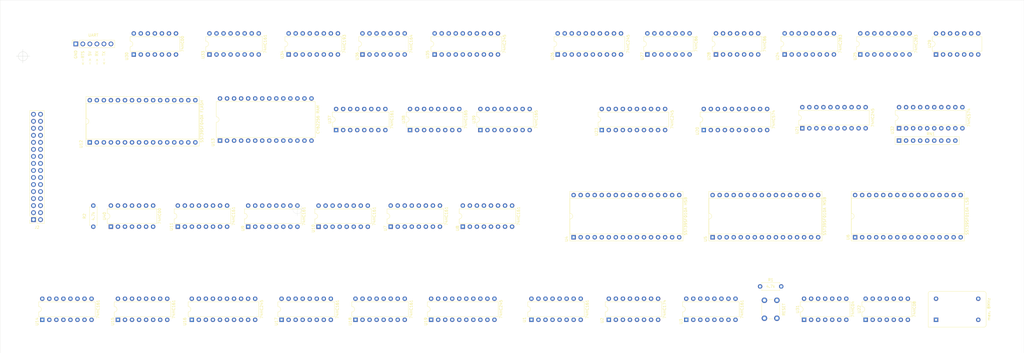
<source format=kicad_pcb>
(kicad_pcb (version 20211014) (generator pcbnew)
  (layers (0 "F.Cu" signal) (31 "B.Cu" signal) (34 "B.Paste" user) (35 "F.Paste" user) (36 "B.SilkS" user "B.Silkscreen") (37 "F.SilkS" user "F.Silkscreen") (38 "B.Mask" user) (39 "F.Mask" user) (44 "Edge.Cuts" user))
  (net 0 "")
  (net 1 "+5V")
  (net 2 "GND")
  (net 3 "/Control Logic/~{TC}")
  (net 4 "/UART Transmitter/TX")
  (net 5 "/UART Receiver/RTS")
  (net 6 "/Memory/M15")
  (net 7 "/ALU/BUS7")
  (net 8 "/ALU/BUS6")
  (net 9 "/ALU/BUS5")
  (net 10 "/ALU/BUS4")
  (net 11 "/ALU/BUS3")
  (net 12 "/ALU/BUS2")
  (net 13 "/ALU/BUS1")
  (net 14 "/ALU/BUS0")
  (net 15 "PULSE")
  (net 16 "/Control Logic/~{AO}")
  (net 17 "/ALU/FLAG_C")
  (net 20 "/Control Logic/~{RO}")
  (net 21 "/Control Logic/TI")
  (net 24 "/Control Logic/AI")
  (net 27 "/Control Logic/BI")
  (net 28 "/ALU/FLAG_Z")
  (net 29 "/ALU/~{EO}")
  (net 30 "/ALU/ES")
  (net 31 "/Memory/M12")
  (net 32 "/Memory/M13")
  (net 33 "/Memory/M14")
  (net 34 "/Memory/M11")
  (net 35 "/Memory/M10")
  (net 36 "/Memory/M9")
  (net 37 "/Memory/M8")
  (net 38 "/Memory/M4")
  (net 39 "/Memory/M5")
  (net 40 "/Memory/M6")
  (net 41 "/Memory/M7")
  (net 42 "/Memory/M3")
  (net 43 "/Memory/M2")
  (net 44 "/Memory/M1")
  (net 45 "/Memory/M0")
  (net 47 "/Control Logic/~{BO}")
  (net 48 "/Control Logic/~{KI}")
  (net 51 "/Control Logic/RI")
  (net 52 "/Control Logic/CE")
  (net 53 "Net-(U7-Pad15)")
  (net 54 "~{RESET}")
  (net 55 "Net-(U8-Pad15)")
  (net 56 "CLOCK2")
  (net 57 "/Control Logic/Flag2")
  (net 58 "/Control Logic/Flag1")
  (net 59 "/Control Logic/Flag0")
  (net 60 "/Control Logic/~{TO}")
  (net 61 "/Control Logic/Step0")
  (net 62 "/Control Logic/Inst4")
  (net 63 "/Control Logic/Step1")
  (net 64 "/Control Logic/Inst5")
  (net 65 "/Control Logic/Step2")
  (net 66 "/Control Logic/Step3")
  (net 67 "/Control Logic/Inst0")
  (net 68 "/Control Logic/Inst1")
  (net 69 "/Control Logic/Inst2")
  (net 70 "/Control Logic/Inst3")
  (net 71 "/UART Receiver/RX")
  (net 72 "/Control Logic/~{IC}")
  (net 73 "Net-(U10-Pad10)")
  (net 74 "/Control Logic/BUSY")
  (net 75 "/Memory/BANK0")
  (net 76 "/Memory/BANK1")
  (net 78 "Net-(U12-Pad31)")
  (net 80 "Net-(U14-Pad11)")
  (net 81 "/Memory/BANK2")
  (net 82 "Net-(U14-Pad12)")
  (net 83 "Net-(U14-Pad13)")
  (net 84 "Net-(U14-Pad14)")
  (net 85 "Net-(U14-Pad15)")
  (net 86 "/Memory/BANK3")
  (net 87 "Net-(U15-Pad15)")
  (net 88 "Net-(U15-Pad11)")
  (net 89 "Net-(U15-Pad12)")
  (net 90 "Net-(U15-Pad13)")
  (net 91 "Net-(U15-Pad14)")
  (net 92 "Net-(U17-Pad15)")
  (net 93 "Net-(U17-Pad11)")
  (net 94 "Net-(U17-Pad12)")
  (net 95 "/Control Logic/~{FI}")
  (net 96 "Net-(U17-Pad13)")
  (net 97 "Net-(U17-Pad14)")
  (net 98 "Net-(U25-Pad11)")
  (net 99 "Net-(U18-Pad11)")
  (net 101 "Net-(U18-Pad12)")
  (net 102 "Net-(U18-Pad13)")
  (net 103 "Net-(U18-Pad14)")
  (net 104 "/ALU/EC")
  (net 105 "/ALU/B4")
  (net 106 "/ALU/B5")
  (net 107 "/ALU/B6")
  (net 108 "/ALU/B7")
  (net 109 "/ALU/A7")
  (net 110 "/ALU/A6")
  (net 111 "/ALU/A5")
  (net 112 "/ALU/A4")
  (net 113 "/Control Logic/Flag3")
  (net 114 "/ALU/A3")
  (net 115 "/ALU/A2")
  (net 116 "/ALU/A1")
  (net 117 "/ALU/A0")
  (net 118 "/ALU/B0")
  (net 119 "/ALU/B1")
  (net 120 "/ALU/B2")
  (net 121 "CLOCK0")
  (net 122 "Net-(U24-Pad2)")
  (net 123 "Net-(U30-Pad2)")
  (net 124 "Net-(U24-Pad6)")
  (net 125 "/ALU/FLAG_N")
  (net 126 "Net-(U24-Pad11)")
  (net 127 "CLOCK3")
  (net 128 "CLOCK1")
  (net 129 "Net-(U24-Pad15)")
  (net 130 "Net-(U22-Pad2)")
  (net 131 "Net-(U25-Pad2)")
  (net 132 "Net-(U22-Pad8)")
  (net 133 "/Control Logic/~{CIH}")
  (net 134 "Net-(U25-Pad6)")
  (net 135 "/Control Logic/~{COH}")
  (net 136 "Net-(U25-Pad15)")
  (net 137 "Net-(U20-Pad11)")
  (net 138 "PUSLE")
  (net 139 "Net-(U24-Pad1)")
  (net 140 "Net-(U24-Pad4)")
  (net 141 "/Memory/~{INH}")
  (net 143 "/Control Logic/~{CIL}")
  (net 144 "/Control Logic/~{COL}")
  (net 145 "/Control Logic/ME")
  (net 146 "Net-(U24-Pad10)")
  (net 147 "Net-(U2-Pad9)")
  (net 148 "Net-(U24-Pad9)")
  (net 152 "/Control Logic/~{MIH}")
  (net 153 "/Control Logic/~{MIL}")
  (net 159 "Net-(U38-Pad10)")
  (net 160 "Net-(U35-Pad11)")
  (net 161 "Net-(U35-Pad12)")
  (net 162 "Net-(U35-Pad13)")
  (net 163 "Net-(U35-Pad14)")
  (net 164 "Net-(U35-Pad15)")
  (net 165 "Net-(U35-Pad16)")
  (net 166 "Net-(U35-Pad17)")
  (net 167 "Net-(U35-Pad18)")
  (net 168 "Net-(U37-Pad11)")
  (net 174 "Net-(U12-Pad22)")
  (net 175 "/Control Logic/II")
  (net 176 "Net-(U13-Pad20)")
  (net 177 "/ALU/B3")
  (net 178 "Net-(U24-Pad13)")
  (net 179 "Net-(U33-Pad11)")
  (net 180 "Net-(U25-Pad1)")
  (net 183 "Net-(U25-Pad4)")
  (net 184 "Net-(U31-Pad2)")
  (net 185 "Net-(U25-Pad13)")
  (net 186 "Net-(U30-Pad8)")
  (net 188 "Net-(U31-Pad6)")
  (net 189 "Net-(U40-Pad11)")
  (footprint "Package_DIP:DIP-16_W7.62mm" (layer "F.Cu") (at 92.725 147.31 90)
    (fp_text reference "U18")
    (fp_text value "74HC161")
  )
  (footprint "Package_DIP:DIP-16_W7.62mm" (layer "F.Cu") (at 66.04 147.32 90)
    (fp_text reference "U17")
    (fp_text value "74HC161")
  )
  (footprint "Package_DIP:DIP-16_W7.62mm" (layer "F.Cu") (at 6.985 147.32 90)
    (fp_text reference "U15")
    (fp_text value "74HC161")
  )
  (footprint "Package_DIP:DIP-16_W7.62mm" (layer "F.Cu") (at 247.62 51.415 90)
    (fp_text reference "U24")
    (fp_text value "74HC283")
  )
  (footprint "Package_DIP:DIP-16_W7.62mm" (layer "F.Cu") (at 274.925 51.415 90)
    (fp_text reference "U25")
    (fp_text value "74HC283")
  )
  (footprint "Package_DIP:DIP-20_W7.62mm" (layer "F.Cu") (at 33.645 147.32 90)
    (fp_text reference "U16")
    (fp_text value "74HC245")
  )
  (footprint "Package_DIP:DIP-20_W7.62mm" (layer "F.Cu") (at 181.605 78.73 90)
    (fp_text reference "U23")
    (fp_text value "74HC245")
  )
  (footprint "Package_DIP:DIP-16_W7.62mm" (layer "F.Cu") (at -20.32 147.32 90)
    (fp_text reference "U14")
    (fp_text value "74HC161")
  )
  (footprint "Package_DIP:DIP-20_W7.62mm" (layer "F.Cu") (at 120.02 147.31 90)
    (fp_text reference "U19")
    (fp_text value "74HC245")
  )
  (footprint "Package_DIP:DIP-28_W15.24mm" (layer "F.Cu") (at 43.825 82.555 90)
    (fp_text reference "U13")
    (fp_text value "CY62256 RAM")
  )
  (footprint "Package_DIP:DIP-20_W7.62mm" (layer "F.Cu") (at 165.7 51.425 90)
    (fp_text reference "U26")
    (fp_text value "74HC245")
  )
  (footprint "Package_DIP:DIP-16_W7.62mm" (layer "F.Cu") (at 53.985 113.665 90)
    (fp_text reference "U9")
    (fp_text value "74HC161")
  )
  (footprint "Package_DIP:DIP-16_W7.62mm" (layer "F.Cu") (at 79.39 113.675 90)
    (fp_text reference "U10")
    (fp_text value "74HC161")
  )
  (footprint "Package_DIP:DIP-20_W7.62mm" (layer "F.Cu") (at 253.995 78.095 90)
    (fp_text reference "U21")
    (fp_text value "74HC245")
  )
  (footprint "Package_DIP:DIP-16_W7.62mm" (layer "F.Cu") (at 105.425 113.655 90)
    (fp_text reference "U7")
    (fp_text value "74HC161")
  )
  (footprint "Package_DIP:DIP-16_W7.62mm" (layer "F.Cu") (at 131.46 113.655 90)
    (fp_text reference "U8")
    (fp_text value "74HC161")
  )
  (footprint "Package_DIP:DIP-16_W7.62mm" (layer "F.Cu") (at 212.105 147.31 90)
    (fp_text reference "U3")
    (fp_text value "74HC161")
  )
  (footprint "Package_DIP:DIP-20_W7.62mm" (layer "F.Cu") (at 121.29 51.425 90)
    (fp_text reference "U35")
    (fp_text value "74HC245")
  )
  (footprint "Package_DIP:DIP-14_W7.62mm" (layer "F.Cu") (at 95.245 51.425 90)
    (fp_text reference "U36")
    (fp_text value "74HC164")
  )
  (footprint "Package_DIP:DIP-14_W7.62mm" (layer "F.Cu") (at 198.07 51.415 90)
    (fp_text reference "U27")
    (fp_text value "74HC86")
  )
  (footprint "Package_DIP:DIP-14_W7.62mm" (layer "F.Cu") (at 222.835 51.415 90)
    (fp_text reference "U28")
    (fp_text value "74HC86")
  )
  (footprint "Connector_PinSocket_2.54mm:PinSocket_1x06_P2.54mm_Vertical" (layer "F.Cu") (at -8.23 47.6 90)
    (fp_text reference "J1" hide)
    (fp_text value "UART")
  )
  (footprint "Package_DIP:DIP-32_W15.24mm_Socket" (layer "F.Cu") (at -3.175 83.19 90)
    (fp_text reference "U12")
    (fp_text value "SST39SF040A FLASH")
  )
  (footprint "Package_DIP:DIP-14_W7.62mm" (layer "F.Cu") (at 302.255 51.425 90)
    (fp_text reference "U29")
    (fp_text value "74HC4078")
  )
  (footprint "Package_DIP:DIP-16_W7.62mm" (layer "F.Cu") (at 137.81 78.73 90)
    (fp_text reference "U39")
    (fp_text value "74HC165")
  )
  (footprint "Package_DIP:DIP-32_W15.24mm_Socket" (layer "F.Cu") (at 273.05 117.48 90)
    (fp_text reference "U6")
    (fp_text value "SST39SF010A LSB")
  )
  (footprint "Package_DIP:DIP-14_W7.62mm" (layer "F.Cu") (at 254.63 147.31 90)
    (fp_text reference "U31")
    (fp_text value "74HC04")
  )
  (footprint "Package_DIP:DIP-16_W7.62mm" (layer "F.Cu") (at 112.41 78.73 90)
    (fp_text reference "U38")
    (fp_text value "74HC165")
  )
  (footprint "Button_Switch_THT:SW_PUSH_6mm" (layer "F.Cu") (at 240.32 146.76 90)
    (fp_text reference "SW1")
    (fp_text value "RESET")
  )
  (footprint "Package_DIP:DIP-16_W7.62mm" (layer "F.Cu") (at 68.595 51.425 90)
    (fp_text reference "U34")
    (fp_text value "74HC193")
  )
  (footprint "Package_DIP:DIP-14_W7.62mm" (layer "F.Cu") (at 4.44 113.655 90)
    (fp_text reference "U40")
    (fp_text value "74HC00")
  )
  (footprint "Package_DIP:DIP-16_W7.62mm" (layer "F.Cu") (at 156.225 147.31 90)
    (fp_text reference "U1")
    (fp_text value "74HC161")
  )
  (footprint "Package_DIP:DIP-14_W7.62mm" (layer "F.Cu") (at 276.855 147.31 90)
    (fp_text reference "U22")
    (fp_text value "74HC08")
  )
  (footprint "Package_DIP:DIP-32_W15.24mm_Socket" (layer "F.Cu") (at 171.45 117.48 90)
    (fp_text reference "U4")
    (fp_text value "SST39SF010A HSB")
  )
  (footprint "Package_DIP:DIP-14_W7.62mm" (layer "F.Cu") (at 12.695 51.435 90)
    (fp_text reference "U30")
    (fp_text value "74HC00")
  )
  (footprint "Package_DIP:DIP-16_W7.62mm" (layer "F.Cu") (at 85.725 78.74 90)
    (fp_text reference "U37")
    (fp_text value "74HC161")
  )
  (footprint "Package_DIP:DIP-32_W15.24mm_Socket" (layer "F.Cu") (at 221.615 117.48 90)
    (fp_text reference "U5")
    (fp_text value "SST39SF010A MSB")
  )
  (footprint "Connector_PinSocket_2.54mm:PinSocket_2x16_P2.54mm_Vertical" (layer "F.Cu") (at -23.495 111.125 180)
    (fp_text reference "J2")
    (fp_text value "EXPANSION PORT")
  )
  (footprint "Package_DIP:DIP-20_W7.62mm" (layer "F.Cu") (at 288.915 78.095 90)
    (fp_text reference "U32")
    (fp_text value "74HC574")
  )
  (footprint "Resistor_THT:R_Axial_DIN0207_L6.3mm_D2.5mm_P7.62mm_Horizontal" (layer "F.Cu") (at -1.905 113.665 90)
    (fp_text reference "R2")
    (fp_text value "4.7k")
  )
  (footprint "Resistor_THT:R_Array_SIP9" (layer "F.Cu") (at 288.91 82.55)
    (fp_text reference "RN1")
    (fp_text value "470")
  )
  (footprint "Package_DIP:DIP-16_W7.62mm" (layer "F.Cu") (at 40.02 51.425 90)
    (fp_text reference "U33")
    (fp_text value "74HC161")
  )
  (footprint "Package_DIP:DIP-16_W7.62mm" (layer "F.Cu") (at 184.165 147.31 90)
    (fp_text reference "U2")
    (fp_text value "74HC174")
  )
  (footprint "Oscillator:Oscillator_DIP-14" (layer "F.Cu") (at 302.26 147.32)
    (fp_text reference "X1")
    (fp_text value "max. 8MHz")
  )
  (footprint "Package_DIP:DIP-16_W7.62mm" (layer "F.Cu") (at 28.6 113.655 90)
    (fp_text reference "U11")
    (fp_text value "74HC161")
  )
  (footprint "Resistor_THT:R_Axial_DIN0207_L6.3mm_D2.5mm_P7.62mm_Horizontal" (layer "F.Cu") (at 238.76 135.255)
    (fp_text reference "R1")
    (fp_text value "4.7k")
  )
  (footprint "Package_DIP:DIP-20_W7.62mm" (layer "F.Cu") (at 218.435 78.73 90)
    (fp_text reference "U20")
    (fp_text value "74HC574")
  )
  (gr_rect (start -35.56 31.75) (end 334.01 159.385) (layer "Edge.Cuts") (width 0.05) (fill none))
  (gr_text "GND" (at -8.255 51.435 90) (layer "F.SilkS") (effects (font (size 1 1))))
  (gr_text "<- TX" (at 1.905 52.705 90) (layer "F.SilkS") (effects (font (size 1 1))))
  (gr_text "-> RX" (at -0.635 52.705 90) (layer "F.SilkS") (effects (font (size 1 1))))
  (gr_text "<-RTS" (at -5.715 52.705 90) (layer "F.SilkS") (effects (font (size 1 1))))
  (gr_text "-> 5V" (at -3.175 52.705 90) (layer "F.SilkS") (effects (font (size 1 1))))
  (target plus (at -27.305 52.07) (size 5) (width 0.05) (layer "Edge.Cuts"))
  (target plus (at -27.305 52.07) (size 5) (width 0.05) (layer "Edge.Cuts"))
  (target plus (at 71.755 107.315) (size 5) (width 0.05) (layer "Edge.Cuts"))
)
</source>
